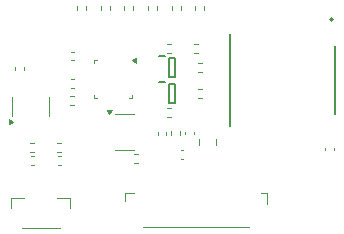
<source format=gbr>
%TF.GenerationSoftware,KiCad,Pcbnew,8.0.1*%
%TF.CreationDate,2024-07-01T16:13:12-04:00*%
%TF.ProjectId,V1,56312e6b-6963-4616-945f-706362585858,rev?*%
%TF.SameCoordinates,Original*%
%TF.FileFunction,Legend,Top*%
%TF.FilePolarity,Positive*%
%FSLAX46Y46*%
G04 Gerber Fmt 4.6, Leading zero omitted, Abs format (unit mm)*
G04 Created by KiCad (PCBNEW 8.0.1) date 2024-07-01 16:13:12*
%MOMM*%
%LPD*%
G01*
G04 APERTURE LIST*
%ADD10C,0.120000*%
%ADD11C,0.100000*%
%ADD12C,0.200000*%
%ADD13C,0.127000*%
G04 APERTURE END LIST*
D10*
%TO.C,C4*%
X165697665Y-115760121D02*
X165929335Y-115760121D01*
X165697665Y-116480121D02*
X165929335Y-116480121D01*
%TO.C,C5*%
X163746000Y-114209286D02*
X163746000Y-114440956D01*
X164466000Y-114209286D02*
X164466000Y-114440956D01*
%TO.C,U2*%
X158393500Y-108160121D02*
X158393500Y-108410121D01*
X158393500Y-108160121D02*
X158643500Y-108160121D01*
X158393500Y-111360121D02*
X158393500Y-111110121D01*
X158393500Y-111360121D02*
X158643500Y-111360121D01*
X161593500Y-111360121D02*
X161343500Y-111360121D01*
X161593500Y-111360121D02*
X161593500Y-111110121D01*
X161923500Y-108400121D02*
X161593500Y-108160121D01*
X161923500Y-107920121D01*
X161923500Y-108400121D01*
G36*
X161923500Y-108400121D02*
G01*
X161593500Y-108160121D01*
X161923500Y-107920121D01*
X161923500Y-108400121D01*
G37*
%TO.C,R3*%
X156358379Y-111190121D02*
X156693621Y-111190121D01*
X156358379Y-111950121D02*
X156693621Y-111950121D01*
%TO.C,R1*%
X167158379Y-108395121D02*
X167493621Y-108395121D01*
X167158379Y-109155121D02*
X167493621Y-109155121D01*
D11*
%TO.C,J1*%
X151370000Y-119828621D02*
X151370000Y-120628621D01*
X152270000Y-122328621D02*
X155470000Y-122328621D01*
X152470000Y-119828621D02*
X151370000Y-119828621D01*
X155270000Y-119828621D02*
X156370000Y-119828621D01*
X156370000Y-119828621D02*
X156370000Y-120628621D01*
D10*
%TO.C,R7*%
X161755879Y-116083621D02*
X162091121Y-116083621D01*
X161755879Y-116843621D02*
X162091121Y-116843621D01*
%TO.C,U4*%
X151440000Y-112028621D02*
X151440000Y-111228621D01*
X151440000Y-112028621D02*
X151440000Y-112828621D01*
X154560000Y-112028621D02*
X154560000Y-111228621D01*
X154560000Y-112028621D02*
X154560000Y-112828621D01*
X151490000Y-113328621D02*
X151160000Y-113568621D01*
X151160000Y-113088621D01*
X151490000Y-113328621D01*
G36*
X151490000Y-113328621D02*
G01*
X151160000Y-113568621D01*
X151160000Y-113088621D01*
X151490000Y-113328621D01*
G37*
%TO.C,U3*%
X160973500Y-112658621D02*
X160173500Y-112658621D01*
X160973500Y-112658621D02*
X161773500Y-112658621D01*
X160973500Y-115778621D02*
X160173500Y-115778621D01*
X160973500Y-115778621D02*
X161773500Y-115778621D01*
X159673500Y-112708621D02*
X159433500Y-112378621D01*
X159913500Y-112378621D01*
X159673500Y-112708621D01*
G36*
X159673500Y-112708621D02*
G01*
X159433500Y-112378621D01*
X159913500Y-112378621D01*
X159673500Y-112708621D01*
G37*
D12*
%TO.C,Q1*%
X163870500Y-109945121D02*
X164345500Y-109945121D01*
X164695500Y-110125121D02*
X165195500Y-110125121D01*
X164695500Y-111725121D02*
X164695500Y-110125121D01*
X165195500Y-110125121D02*
X165195500Y-111725121D01*
X165195500Y-111725121D02*
X164695500Y-111725121D01*
%TO.C,Q2*%
X163870500Y-107795121D02*
X164345500Y-107795121D01*
X164695500Y-107975121D02*
X165195500Y-107975121D01*
X164695500Y-109575121D02*
X164695500Y-107975121D01*
X165195500Y-107975121D02*
X165195500Y-109575121D01*
X165195500Y-109575121D02*
X164695500Y-109575121D01*
D10*
%TO.C,R11*%
X166845879Y-106795121D02*
X167181121Y-106795121D01*
X166845879Y-107555121D02*
X167181121Y-107555121D01*
%TO.C,R13*%
X162930000Y-103866242D02*
X162930000Y-103531000D01*
X163690000Y-103866242D02*
X163690000Y-103531000D01*
%TO.C,R14*%
X160930000Y-103866242D02*
X160930000Y-103531000D01*
X161690000Y-103866242D02*
X161690000Y-103531000D01*
%TO.C,Y1*%
X167228500Y-115311373D02*
X167228500Y-114788869D01*
X168698500Y-115311373D02*
X168698500Y-114788869D01*
D11*
%TO.C,J2*%
X161010000Y-119378621D02*
X161010000Y-119378621D01*
X161010000Y-119378621D02*
X161010000Y-119378621D01*
X161010000Y-119378621D02*
X161010000Y-120078621D01*
X161010000Y-119378621D02*
X161760000Y-119378621D01*
X161010000Y-120078621D02*
X161010000Y-119378621D01*
X161010000Y-120078621D02*
X161010000Y-120078621D01*
X161760000Y-119378621D02*
X161010000Y-119378621D01*
X161760000Y-119378621D02*
X161760000Y-119378621D01*
X162510000Y-122278621D02*
X162510000Y-122278621D01*
X162510000Y-122278621D02*
X171510000Y-122278621D01*
X171510000Y-122278621D02*
X162510000Y-122278621D01*
X171510000Y-122278621D02*
X171510000Y-122278621D01*
X172510000Y-119378621D02*
X172510000Y-119378621D01*
X172510000Y-119378621D02*
X173010000Y-119378621D01*
X173010000Y-119378621D02*
X172510000Y-119378621D01*
X173010000Y-119378621D02*
X173010000Y-119378621D01*
X173010000Y-119378621D02*
X173010000Y-119378621D01*
X173010000Y-119378621D02*
X173010000Y-120328621D01*
X173010000Y-120328621D02*
X173010000Y-119378621D01*
X173010000Y-120328621D02*
X173010000Y-120328621D01*
D10*
%TO.C,R8*%
X164921000Y-114476242D02*
X164921000Y-114141000D01*
X165681000Y-114476242D02*
X165681000Y-114141000D01*
%TO.C,C9*%
X153014165Y-116278621D02*
X153245835Y-116278621D01*
X153014165Y-116998621D02*
X153245835Y-116998621D01*
%TO.C,C2*%
X166082500Y-114192786D02*
X166082500Y-114424456D01*
X166802500Y-114192786D02*
X166802500Y-114424456D01*
%TO.C,R2*%
X167158379Y-110545121D02*
X167493621Y-110545121D01*
X167158379Y-111305121D02*
X167493621Y-111305121D01*
%TO.C,R12*%
X164930000Y-103866242D02*
X164930000Y-103531000D01*
X165690000Y-103866242D02*
X165690000Y-103531000D01*
%TO.C,R15*%
X158930000Y-103866242D02*
X158930000Y-103531000D01*
X159690000Y-103866242D02*
X159690000Y-103531000D01*
%TO.C,R5*%
X164535879Y-112205121D02*
X164871121Y-112205121D01*
X164535879Y-112965121D02*
X164871121Y-112965121D01*
%TO.C,R9*%
X155269879Y-115188621D02*
X155605121Y-115188621D01*
X155269879Y-115948621D02*
X155605121Y-115948621D01*
%TO.C,C10*%
X155553335Y-116278621D02*
X155321665Y-116278621D01*
X155553335Y-116998621D02*
X155321665Y-116998621D01*
%TO.C,C6*%
X151690000Y-108934456D02*
X151690000Y-108702786D01*
X152410000Y-108934456D02*
X152410000Y-108702786D01*
%TO.C,R4*%
X153297621Y-115188621D02*
X152962379Y-115188621D01*
X153297621Y-115948621D02*
X152962379Y-115948621D01*
%TO.C,C8*%
X177950000Y-115532786D02*
X177950000Y-115764456D01*
X178670000Y-115532786D02*
X178670000Y-115764456D01*
%TO.C,R10*%
X166930000Y-103866242D02*
X166930000Y-103531000D01*
X167690000Y-103866242D02*
X167690000Y-103531000D01*
D13*
%TO.C,U1*%
X169864500Y-105925121D02*
X169864500Y-113725121D01*
X178764500Y-106975121D02*
X178764500Y-112675121D01*
D12*
X178605919Y-104675121D02*
G75*
G02*
X178323081Y-104675121I-141419J0D01*
G01*
X178323081Y-104675121D02*
G75*
G02*
X178605919Y-104675121I141419J0D01*
G01*
D10*
%TO.C,R6*%
X164537379Y-106795121D02*
X164872621Y-106795121D01*
X164537379Y-107555121D02*
X164872621Y-107555121D01*
%TO.C,C1*%
X156641835Y-109730121D02*
X156410165Y-109730121D01*
X156641835Y-110450121D02*
X156410165Y-110450121D01*
%TO.C,C3*%
X156665835Y-107438621D02*
X156434165Y-107438621D01*
X156665835Y-108158621D02*
X156434165Y-108158621D01*
%TO.C,R16*%
X156930000Y-103866242D02*
X156930000Y-103531000D01*
X157690000Y-103866242D02*
X157690000Y-103531000D01*
%TD*%
M02*

</source>
